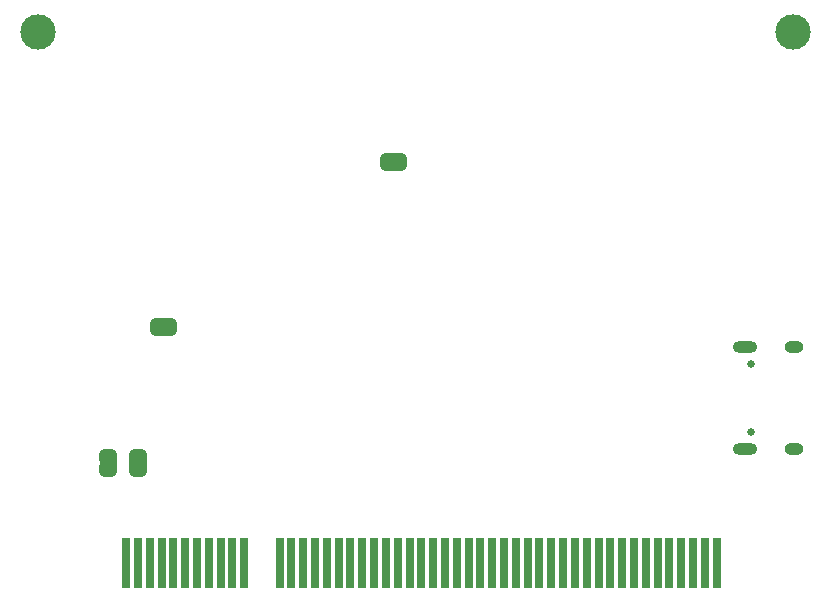
<source format=gbs>
%TF.GenerationSoftware,KiCad,Pcbnew,9.0.4+dfsg-1*%
%TF.CreationDate,2025-10-04T09:30:26+08:00*%
%TF.ProjectId,stmw-mcu-stm32f407,73746d77-2d6d-4637-952d-73746d333266,a*%
%TF.SameCoordinates,Original*%
%TF.FileFunction,Soldermask,Bot*%
%TF.FilePolarity,Negative*%
%FSLAX45Y45*%
G04 Gerber Fmt 4.5, Leading zero omitted, Abs format (unit mm)*
G04 Created by KiCad (PCBNEW 9.0.4+dfsg-1) date 2025-10-04 09:30:26*
%MOMM*%
%LPD*%
G01*
G04 APERTURE LIST*
G04 Aperture macros list*
%AMFreePoly0*
4,1,23,0.500000,-0.750000,0.000000,-0.750000,0.000000,-0.745722,-0.065263,-0.745722,-0.191342,-0.711940,-0.304381,-0.646677,-0.396677,-0.554381,-0.461940,-0.441342,-0.495722,-0.315263,-0.495722,-0.250000,-0.500000,-0.250000,-0.500000,0.250000,-0.495722,0.250000,-0.495722,0.315263,-0.461940,0.441342,-0.396677,0.554381,-0.304381,0.646677,-0.191342,0.711940,-0.065263,0.745722,0.000000,0.745722,
0.000000,0.750000,0.500000,0.750000,0.500000,-0.750000,0.500000,-0.750000,$1*%
%AMFreePoly1*
4,1,23,0.000000,0.745722,0.065263,0.745722,0.191342,0.711940,0.304381,0.646677,0.396677,0.554381,0.461940,0.441342,0.495722,0.315263,0.495722,0.250000,0.500000,0.250000,0.500000,-0.250000,0.495722,-0.250000,0.495722,-0.315263,0.461940,-0.441342,0.396677,-0.554381,0.304381,-0.646677,0.191342,-0.711940,0.065263,-0.745722,0.000000,-0.745722,0.000000,-0.750000,-0.500000,-0.750000,
-0.500000,0.750000,0.000000,0.750000,0.000000,0.745722,0.000000,0.745722,$1*%
G04 Aperture macros list end*
%ADD10C,3.000000*%
%ADD11R,0.700000X4.300000*%
%ADD12C,0.650000*%
%ADD13O,2.100000X1.000000*%
%ADD14O,1.600000X1.000000*%
%ADD15FreePoly0,270.000000*%
%ADD16FreePoly1,270.000000*%
%ADD17FreePoly0,0.000000*%
%ADD18FreePoly1,0.000000*%
%ADD19FreePoly0,180.000000*%
%ADD20FreePoly1,180.000000*%
G04 APERTURE END LIST*
%TO.C,JP3*%
G36*
X12325000Y-10885000D02*
G01*
X12475000Y-10885000D01*
X12475000Y-10915000D01*
X12325000Y-10915000D01*
X12325000Y-10885000D01*
G37*
%TO.C,JP2*%
G36*
X12850000Y-9825000D02*
G01*
X12880000Y-9825000D01*
X12880000Y-9675000D01*
X12850000Y-9675000D01*
X12850000Y-9825000D01*
G37*
%TO.C,JP4*%
G36*
X12575000Y-10885000D02*
G01*
X12725000Y-10885000D01*
X12725000Y-10915000D01*
X12575000Y-10915000D01*
X12575000Y-10885000D01*
G37*
%TO.C,JP1*%
G36*
X14830000Y-8275000D02*
G01*
X14800000Y-8275000D01*
X14800000Y-8425000D01*
X14830000Y-8425000D01*
X14830000Y-8275000D01*
G37*
%TD*%
D10*
%TO.C,J1*%
X11800000Y-7250000D03*
X18200000Y-7250000D03*
D11*
X12550000Y-11750000D03*
X12650000Y-11750000D03*
X12750000Y-11750000D03*
X12850000Y-11750000D03*
X12950000Y-11750000D03*
X13050000Y-11750000D03*
X13150000Y-11750000D03*
X13250000Y-11750000D03*
X13350000Y-11750000D03*
X13450000Y-11750000D03*
X13550000Y-11750000D03*
X13850000Y-11750000D03*
X13950000Y-11750000D03*
X14050000Y-11750000D03*
X14150000Y-11750000D03*
X14250000Y-11750000D03*
X14350000Y-11750000D03*
X14450000Y-11750000D03*
X14550000Y-11750000D03*
X14650000Y-11750000D03*
X14750000Y-11750000D03*
X14850000Y-11750000D03*
X14950000Y-11750000D03*
X15050000Y-11750000D03*
X15150000Y-11750000D03*
X15250000Y-11750000D03*
X15350000Y-11750000D03*
X15450000Y-11750000D03*
X15550000Y-11750000D03*
X15650000Y-11750000D03*
X15750000Y-11750000D03*
X15850000Y-11750000D03*
X15950000Y-11750000D03*
X16050000Y-11750000D03*
X16150000Y-11750000D03*
X16250000Y-11750000D03*
X16350000Y-11750000D03*
X16450000Y-11750000D03*
X16550000Y-11750000D03*
X16650000Y-11750000D03*
X16750000Y-11750000D03*
X16850000Y-11750000D03*
X16950000Y-11750000D03*
X17050000Y-11750000D03*
X17150000Y-11750000D03*
X17250000Y-11750000D03*
X17350000Y-11750000D03*
X17450000Y-11750000D03*
X17550000Y-11750000D03*
%TD*%
D12*
%TO.C,J2*%
X17840000Y-10639000D03*
X17840000Y-10061000D03*
D13*
X17787000Y-10782000D03*
D14*
X18205000Y-10782000D03*
D13*
X17787000Y-9918000D03*
D14*
X18205000Y-9918000D03*
%TD*%
D15*
%TO.C,JP3*%
X12400000Y-10835000D03*
D16*
X12400000Y-10965000D03*
%TD*%
D17*
%TO.C,JP2*%
X12800000Y-9750000D03*
D18*
X12930000Y-9750000D03*
%TD*%
D15*
%TO.C,JP4*%
X12650000Y-10835000D03*
D16*
X12650000Y-10965000D03*
%TD*%
D19*
%TO.C,JP1*%
X14880000Y-8350000D03*
D20*
X14750000Y-8350000D03*
%TD*%
M02*

</source>
